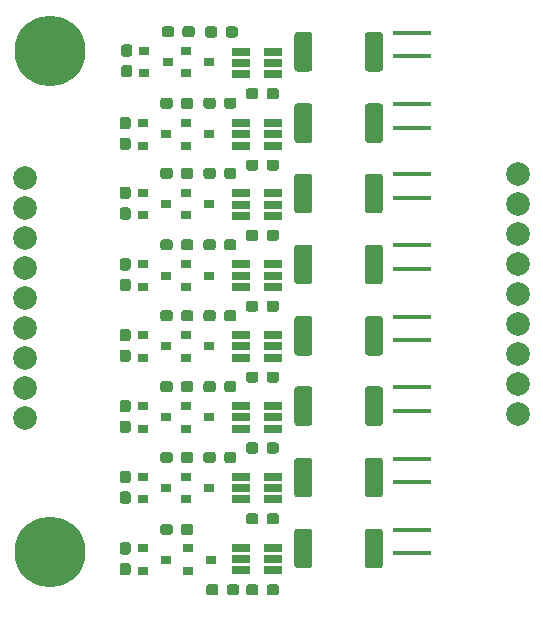
<source format=gts>
%TF.GenerationSoftware,KiCad,Pcbnew,(5.1.8)-1*%
%TF.CreationDate,2021-02-13T13:18:40-08:00*%
%TF.ProjectId,20210213_Projects_PassiveBalanceBoard,32303231-3032-4313-935f-50726f6a6563,A0*%
%TF.SameCoordinates,PX5b5cac0PY99e0170*%
%TF.FileFunction,Soldermask,Top*%
%TF.FilePolarity,Negative*%
%FSLAX46Y46*%
G04 Gerber Fmt 4.6, Leading zero omitted, Abs format (unit mm)*
G04 Created by KiCad (PCBNEW (5.1.8)-1) date 2021-02-13 13:18:40*
%MOMM*%
%LPD*%
G01*
G04 APERTURE LIST*
%ADD10C,6.000000*%
%ADD11C,2.000000*%
%ADD12R,0.900000X0.800000*%
%ADD13R,1.560000X0.650000*%
%ADD14R,3.200400X0.381000*%
G04 APERTURE END LIST*
D10*
X3500000Y6350000D03*
X3500000Y48750000D03*
G36*
G01*
X31725000Y26100001D02*
X31725000Y23249999D01*
G75*
G02*
X31475001Y23000000I-249999J0D01*
G01*
X30449999Y23000000D01*
G75*
G02*
X30200000Y23249999I0J249999D01*
G01*
X30200000Y26100001D01*
G75*
G02*
X30449999Y26350000I249999J0D01*
G01*
X31475001Y26350000D01*
G75*
G02*
X31725000Y26100001I0J-249999D01*
G01*
G37*
G36*
G01*
X25750000Y26100001D02*
X25750000Y23249999D01*
G75*
G02*
X25500001Y23000000I-249999J0D01*
G01*
X24474999Y23000000D01*
G75*
G02*
X24225000Y23249999I0J249999D01*
G01*
X24225000Y26100001D01*
G75*
G02*
X24474999Y26350000I249999J0D01*
G01*
X25500001Y26350000D01*
G75*
G02*
X25750000Y26100001I0J-249999D01*
G01*
G37*
D11*
X43200000Y18040000D03*
X43200000Y20580000D03*
X43200000Y23120000D03*
X43200000Y25660000D03*
X43200000Y28200000D03*
X43200000Y30740000D03*
X43200000Y33280000D03*
X43200000Y35820000D03*
X43200000Y38360000D03*
D12*
X11400000Y24725000D03*
X11400000Y22825000D03*
X13400000Y23775000D03*
X11400000Y18725000D03*
X11400000Y16825000D03*
X13400000Y17775000D03*
X11400000Y12725000D03*
X11400000Y10825000D03*
X13400000Y11775000D03*
X11400000Y6675000D03*
X11400000Y4775000D03*
X13400000Y5725000D03*
X17025000Y23775000D03*
X15025000Y22825000D03*
X15025000Y24725000D03*
X15025000Y18725000D03*
X15025000Y16825000D03*
X17025000Y17775000D03*
X15025000Y12725000D03*
X15025000Y10825000D03*
X17025000Y11775000D03*
X17200000Y5725000D03*
X15200000Y4775000D03*
X15200000Y6675000D03*
D13*
X19700000Y24725000D03*
X19700000Y23775000D03*
X19700000Y22825000D03*
X22400000Y22825000D03*
X22400000Y24725000D03*
X22400000Y23775000D03*
X19700000Y18725000D03*
X19700000Y17775000D03*
X19700000Y16825000D03*
X22400000Y16825000D03*
X22400000Y18725000D03*
X22400000Y17775000D03*
X22400000Y11775000D03*
X22400000Y12725000D03*
X22400000Y10825000D03*
X19700000Y10825000D03*
X19700000Y11775000D03*
X19700000Y12725000D03*
X19700000Y6725000D03*
X19700000Y5775000D03*
X19700000Y4825000D03*
X22400000Y4825000D03*
X22400000Y6725000D03*
X22400000Y5775000D03*
D12*
X13525000Y47875000D03*
X11525000Y46925000D03*
X11525000Y48825000D03*
X13400000Y41725000D03*
X11400000Y40775000D03*
X11400000Y42675000D03*
X13400000Y35825000D03*
X11400000Y34875000D03*
X11400000Y36775000D03*
X13400000Y29775000D03*
X11400000Y28825000D03*
X11400000Y30725000D03*
X15025000Y48825000D03*
X15025000Y46925000D03*
X17025000Y47875000D03*
X17025000Y41725000D03*
X15025000Y40775000D03*
X15025000Y42675000D03*
X17025000Y35825000D03*
X15025000Y34875000D03*
X15025000Y36775000D03*
X15025000Y30725000D03*
X15025000Y28825000D03*
X17025000Y29775000D03*
D13*
X19700000Y48725000D03*
X19700000Y47775000D03*
X19700000Y46825000D03*
X22400000Y46825000D03*
X22400000Y48725000D03*
X22400000Y47775000D03*
X22400000Y41725000D03*
X22400000Y42675000D03*
X22400000Y40775000D03*
X19700000Y40775000D03*
X19700000Y41725000D03*
X19700000Y42675000D03*
X22400000Y35775000D03*
X22400000Y36725000D03*
X22400000Y34825000D03*
X19700000Y34825000D03*
X19700000Y35775000D03*
X19700000Y36725000D03*
X22400000Y29775000D03*
X22400000Y30725000D03*
X22400000Y28825000D03*
X19700000Y28825000D03*
X19700000Y29775000D03*
X19700000Y30725000D03*
G36*
G01*
X9662500Y23500000D02*
X10137500Y23500000D01*
G75*
G02*
X10375000Y23262500I0J-237500D01*
G01*
X10375000Y22687500D01*
G75*
G02*
X10137500Y22450000I-237500J0D01*
G01*
X9662500Y22450000D01*
G75*
G02*
X9425000Y22687500I0J237500D01*
G01*
X9425000Y23262500D01*
G75*
G02*
X9662500Y23500000I237500J0D01*
G01*
G37*
G36*
G01*
X9662500Y25250000D02*
X10137500Y25250000D01*
G75*
G02*
X10375000Y25012500I0J-237500D01*
G01*
X10375000Y24437500D01*
G75*
G02*
X10137500Y24200000I-237500J0D01*
G01*
X9662500Y24200000D01*
G75*
G02*
X9425000Y24437500I0J237500D01*
G01*
X9425000Y25012500D01*
G75*
G02*
X9662500Y25250000I237500J0D01*
G01*
G37*
G36*
G01*
X9662500Y19250000D02*
X10137500Y19250000D01*
G75*
G02*
X10375000Y19012500I0J-237500D01*
G01*
X10375000Y18437500D01*
G75*
G02*
X10137500Y18200000I-237500J0D01*
G01*
X9662500Y18200000D01*
G75*
G02*
X9425000Y18437500I0J237500D01*
G01*
X9425000Y19012500D01*
G75*
G02*
X9662500Y19250000I237500J0D01*
G01*
G37*
G36*
G01*
X9662500Y17500000D02*
X10137500Y17500000D01*
G75*
G02*
X10375000Y17262500I0J-237500D01*
G01*
X10375000Y16687500D01*
G75*
G02*
X10137500Y16450000I-237500J0D01*
G01*
X9662500Y16450000D01*
G75*
G02*
X9425000Y16687500I0J237500D01*
G01*
X9425000Y17262500D01*
G75*
G02*
X9662500Y17500000I237500J0D01*
G01*
G37*
G36*
G01*
X9662500Y11500000D02*
X10137500Y11500000D01*
G75*
G02*
X10375000Y11262500I0J-237500D01*
G01*
X10375000Y10687500D01*
G75*
G02*
X10137500Y10450000I-237500J0D01*
G01*
X9662500Y10450000D01*
G75*
G02*
X9425000Y10687500I0J237500D01*
G01*
X9425000Y11262500D01*
G75*
G02*
X9662500Y11500000I237500J0D01*
G01*
G37*
G36*
G01*
X9662500Y13250000D02*
X10137500Y13250000D01*
G75*
G02*
X10375000Y13012500I0J-237500D01*
G01*
X10375000Y12437500D01*
G75*
G02*
X10137500Y12200000I-237500J0D01*
G01*
X9662500Y12200000D01*
G75*
G02*
X9425000Y12437500I0J237500D01*
G01*
X9425000Y13012500D01*
G75*
G02*
X9662500Y13250000I237500J0D01*
G01*
G37*
G36*
G01*
X9662500Y5450000D02*
X10137500Y5450000D01*
G75*
G02*
X10375000Y5212500I0J-237500D01*
G01*
X10375000Y4637500D01*
G75*
G02*
X10137500Y4400000I-237500J0D01*
G01*
X9662500Y4400000D01*
G75*
G02*
X9425000Y4637500I0J237500D01*
G01*
X9425000Y5212500D01*
G75*
G02*
X9662500Y5450000I237500J0D01*
G01*
G37*
G36*
G01*
X9662500Y7200000D02*
X10137500Y7200000D01*
G75*
G02*
X10375000Y6962500I0J-237500D01*
G01*
X10375000Y6387500D01*
G75*
G02*
X10137500Y6150000I-237500J0D01*
G01*
X9662500Y6150000D01*
G75*
G02*
X9425000Y6387500I0J237500D01*
G01*
X9425000Y6962500D01*
G75*
G02*
X9662500Y7200000I237500J0D01*
G01*
G37*
G36*
G01*
X20125000Y20937500D02*
X20125000Y21412500D01*
G75*
G02*
X20362500Y21650000I237500J0D01*
G01*
X20937500Y21650000D01*
G75*
G02*
X21175000Y21412500I0J-237500D01*
G01*
X21175000Y20937500D01*
G75*
G02*
X20937500Y20700000I-237500J0D01*
G01*
X20362500Y20700000D01*
G75*
G02*
X20125000Y20937500I0J237500D01*
G01*
G37*
G36*
G01*
X21875000Y20937500D02*
X21875000Y21412500D01*
G75*
G02*
X22112500Y21650000I237500J0D01*
G01*
X22687500Y21650000D01*
G75*
G02*
X22925000Y21412500I0J-237500D01*
G01*
X22925000Y20937500D01*
G75*
G02*
X22687500Y20700000I-237500J0D01*
G01*
X22112500Y20700000D01*
G75*
G02*
X21875000Y20937500I0J237500D01*
G01*
G37*
G36*
G01*
X20125000Y14937500D02*
X20125000Y15412500D01*
G75*
G02*
X20362500Y15650000I237500J0D01*
G01*
X20937500Y15650000D01*
G75*
G02*
X21175000Y15412500I0J-237500D01*
G01*
X21175000Y14937500D01*
G75*
G02*
X20937500Y14700000I-237500J0D01*
G01*
X20362500Y14700000D01*
G75*
G02*
X20125000Y14937500I0J237500D01*
G01*
G37*
G36*
G01*
X21875000Y14937500D02*
X21875000Y15412500D01*
G75*
G02*
X22112500Y15650000I237500J0D01*
G01*
X22687500Y15650000D01*
G75*
G02*
X22925000Y15412500I0J-237500D01*
G01*
X22925000Y14937500D01*
G75*
G02*
X22687500Y14700000I-237500J0D01*
G01*
X22112500Y14700000D01*
G75*
G02*
X21875000Y14937500I0J237500D01*
G01*
G37*
G36*
G01*
X21875000Y8937500D02*
X21875000Y9412500D01*
G75*
G02*
X22112500Y9650000I237500J0D01*
G01*
X22687500Y9650000D01*
G75*
G02*
X22925000Y9412500I0J-237500D01*
G01*
X22925000Y8937500D01*
G75*
G02*
X22687500Y8700000I-237500J0D01*
G01*
X22112500Y8700000D01*
G75*
G02*
X21875000Y8937500I0J237500D01*
G01*
G37*
G36*
G01*
X20125000Y8937500D02*
X20125000Y9412500D01*
G75*
G02*
X20362500Y9650000I237500J0D01*
G01*
X20937500Y9650000D01*
G75*
G02*
X21175000Y9412500I0J-237500D01*
G01*
X21175000Y8937500D01*
G75*
G02*
X20937500Y8700000I-237500J0D01*
G01*
X20362500Y8700000D01*
G75*
G02*
X20125000Y8937500I0J237500D01*
G01*
G37*
G36*
G01*
X21875000Y2937500D02*
X21875000Y3412500D01*
G75*
G02*
X22112500Y3650000I237500J0D01*
G01*
X22687500Y3650000D01*
G75*
G02*
X22925000Y3412500I0J-237500D01*
G01*
X22925000Y2937500D01*
G75*
G02*
X22687500Y2700000I-237500J0D01*
G01*
X22112500Y2700000D01*
G75*
G02*
X21875000Y2937500I0J237500D01*
G01*
G37*
G36*
G01*
X20125000Y2937500D02*
X20125000Y3412500D01*
G75*
G02*
X20362500Y3650000I237500J0D01*
G01*
X20937500Y3650000D01*
G75*
G02*
X21175000Y3412500I0J-237500D01*
G01*
X21175000Y2937500D01*
G75*
G02*
X20937500Y2700000I-237500J0D01*
G01*
X20362500Y2700000D01*
G75*
G02*
X20125000Y2937500I0J237500D01*
G01*
G37*
G36*
G01*
X9787500Y49350000D02*
X10262500Y49350000D01*
G75*
G02*
X10500000Y49112500I0J-237500D01*
G01*
X10500000Y48537500D01*
G75*
G02*
X10262500Y48300000I-237500J0D01*
G01*
X9787500Y48300000D01*
G75*
G02*
X9550000Y48537500I0J237500D01*
G01*
X9550000Y49112500D01*
G75*
G02*
X9787500Y49350000I237500J0D01*
G01*
G37*
G36*
G01*
X9787500Y47600000D02*
X10262500Y47600000D01*
G75*
G02*
X10500000Y47362500I0J-237500D01*
G01*
X10500000Y46787500D01*
G75*
G02*
X10262500Y46550000I-237500J0D01*
G01*
X9787500Y46550000D01*
G75*
G02*
X9550000Y46787500I0J237500D01*
G01*
X9550000Y47362500D01*
G75*
G02*
X9787500Y47600000I237500J0D01*
G01*
G37*
G36*
G01*
X9662500Y41450000D02*
X10137500Y41450000D01*
G75*
G02*
X10375000Y41212500I0J-237500D01*
G01*
X10375000Y40637500D01*
G75*
G02*
X10137500Y40400000I-237500J0D01*
G01*
X9662500Y40400000D01*
G75*
G02*
X9425000Y40637500I0J237500D01*
G01*
X9425000Y41212500D01*
G75*
G02*
X9662500Y41450000I237500J0D01*
G01*
G37*
G36*
G01*
X9662500Y43200000D02*
X10137500Y43200000D01*
G75*
G02*
X10375000Y42962500I0J-237500D01*
G01*
X10375000Y42387500D01*
G75*
G02*
X10137500Y42150000I-237500J0D01*
G01*
X9662500Y42150000D01*
G75*
G02*
X9425000Y42387500I0J237500D01*
G01*
X9425000Y42962500D01*
G75*
G02*
X9662500Y43200000I237500J0D01*
G01*
G37*
G36*
G01*
X9662500Y37300000D02*
X10137500Y37300000D01*
G75*
G02*
X10375000Y37062500I0J-237500D01*
G01*
X10375000Y36487500D01*
G75*
G02*
X10137500Y36250000I-237500J0D01*
G01*
X9662500Y36250000D01*
G75*
G02*
X9425000Y36487500I0J237500D01*
G01*
X9425000Y37062500D01*
G75*
G02*
X9662500Y37300000I237500J0D01*
G01*
G37*
G36*
G01*
X9662500Y35550000D02*
X10137500Y35550000D01*
G75*
G02*
X10375000Y35312500I0J-237500D01*
G01*
X10375000Y34737500D01*
G75*
G02*
X10137500Y34500000I-237500J0D01*
G01*
X9662500Y34500000D01*
G75*
G02*
X9425000Y34737500I0J237500D01*
G01*
X9425000Y35312500D01*
G75*
G02*
X9662500Y35550000I237500J0D01*
G01*
G37*
G36*
G01*
X9662500Y29500000D02*
X10137500Y29500000D01*
G75*
G02*
X10375000Y29262500I0J-237500D01*
G01*
X10375000Y28687500D01*
G75*
G02*
X10137500Y28450000I-237500J0D01*
G01*
X9662500Y28450000D01*
G75*
G02*
X9425000Y28687500I0J237500D01*
G01*
X9425000Y29262500D01*
G75*
G02*
X9662500Y29500000I237500J0D01*
G01*
G37*
G36*
G01*
X9662500Y31250000D02*
X10137500Y31250000D01*
G75*
G02*
X10375000Y31012500I0J-237500D01*
G01*
X10375000Y30437500D01*
G75*
G02*
X10137500Y30200000I-237500J0D01*
G01*
X9662500Y30200000D01*
G75*
G02*
X9425000Y30437500I0J237500D01*
G01*
X9425000Y31012500D01*
G75*
G02*
X9662500Y31250000I237500J0D01*
G01*
G37*
G36*
G01*
X15675000Y44587500D02*
X15675000Y44112500D01*
G75*
G02*
X15437500Y43875000I-237500J0D01*
G01*
X14862500Y43875000D01*
G75*
G02*
X14625000Y44112500I0J237500D01*
G01*
X14625000Y44587500D01*
G75*
G02*
X14862500Y44825000I237500J0D01*
G01*
X15437500Y44825000D01*
G75*
G02*
X15675000Y44587500I0J-237500D01*
G01*
G37*
G36*
G01*
X13925000Y44587500D02*
X13925000Y44112500D01*
G75*
G02*
X13687500Y43875000I-237500J0D01*
G01*
X13112500Y43875000D01*
G75*
G02*
X12875000Y44112500I0J237500D01*
G01*
X12875000Y44587500D01*
G75*
G02*
X13112500Y44825000I237500J0D01*
G01*
X13687500Y44825000D01*
G75*
G02*
X13925000Y44587500I0J-237500D01*
G01*
G37*
G36*
G01*
X13925000Y38662500D02*
X13925000Y38187500D01*
G75*
G02*
X13687500Y37950000I-237500J0D01*
G01*
X13112500Y37950000D01*
G75*
G02*
X12875000Y38187500I0J237500D01*
G01*
X12875000Y38662500D01*
G75*
G02*
X13112500Y38900000I237500J0D01*
G01*
X13687500Y38900000D01*
G75*
G02*
X13925000Y38662500I0J-237500D01*
G01*
G37*
G36*
G01*
X15675000Y38662500D02*
X15675000Y38187500D01*
G75*
G02*
X15437500Y37950000I-237500J0D01*
G01*
X14862500Y37950000D01*
G75*
G02*
X14625000Y38187500I0J237500D01*
G01*
X14625000Y38662500D01*
G75*
G02*
X14862500Y38900000I237500J0D01*
G01*
X15437500Y38900000D01*
G75*
G02*
X15675000Y38662500I0J-237500D01*
G01*
G37*
G36*
G01*
X15675000Y32612500D02*
X15675000Y32137500D01*
G75*
G02*
X15437500Y31900000I-237500J0D01*
G01*
X14862500Y31900000D01*
G75*
G02*
X14625000Y32137500I0J237500D01*
G01*
X14625000Y32612500D01*
G75*
G02*
X14862500Y32850000I237500J0D01*
G01*
X15437500Y32850000D01*
G75*
G02*
X15675000Y32612500I0J-237500D01*
G01*
G37*
G36*
G01*
X13925000Y32612500D02*
X13925000Y32137500D01*
G75*
G02*
X13687500Y31900000I-237500J0D01*
G01*
X13112500Y31900000D01*
G75*
G02*
X12875000Y32137500I0J237500D01*
G01*
X12875000Y32612500D01*
G75*
G02*
X13112500Y32850000I237500J0D01*
G01*
X13687500Y32850000D01*
G75*
G02*
X13925000Y32612500I0J-237500D01*
G01*
G37*
G36*
G01*
X20125000Y38887500D02*
X20125000Y39362500D01*
G75*
G02*
X20362500Y39600000I237500J0D01*
G01*
X20937500Y39600000D01*
G75*
G02*
X21175000Y39362500I0J-237500D01*
G01*
X21175000Y38887500D01*
G75*
G02*
X20937500Y38650000I-237500J0D01*
G01*
X20362500Y38650000D01*
G75*
G02*
X20125000Y38887500I0J237500D01*
G01*
G37*
G36*
G01*
X21875000Y38887500D02*
X21875000Y39362500D01*
G75*
G02*
X22112500Y39600000I237500J0D01*
G01*
X22687500Y39600000D01*
G75*
G02*
X22925000Y39362500I0J-237500D01*
G01*
X22925000Y38887500D01*
G75*
G02*
X22687500Y38650000I-237500J0D01*
G01*
X22112500Y38650000D01*
G75*
G02*
X21875000Y38887500I0J237500D01*
G01*
G37*
G36*
G01*
X21875000Y32937500D02*
X21875000Y33412500D01*
G75*
G02*
X22112500Y33650000I237500J0D01*
G01*
X22687500Y33650000D01*
G75*
G02*
X22925000Y33412500I0J-237500D01*
G01*
X22925000Y32937500D01*
G75*
G02*
X22687500Y32700000I-237500J0D01*
G01*
X22112500Y32700000D01*
G75*
G02*
X21875000Y32937500I0J237500D01*
G01*
G37*
G36*
G01*
X20125000Y32937500D02*
X20125000Y33412500D01*
G75*
G02*
X20362500Y33650000I237500J0D01*
G01*
X20937500Y33650000D01*
G75*
G02*
X21175000Y33412500I0J-237500D01*
G01*
X21175000Y32937500D01*
G75*
G02*
X20937500Y32700000I-237500J0D01*
G01*
X20362500Y32700000D01*
G75*
G02*
X20125000Y32937500I0J237500D01*
G01*
G37*
G36*
G01*
X21875000Y26937500D02*
X21875000Y27412500D01*
G75*
G02*
X22112500Y27650000I237500J0D01*
G01*
X22687500Y27650000D01*
G75*
G02*
X22925000Y27412500I0J-237500D01*
G01*
X22925000Y26937500D01*
G75*
G02*
X22687500Y26700000I-237500J0D01*
G01*
X22112500Y26700000D01*
G75*
G02*
X21875000Y26937500I0J237500D01*
G01*
G37*
G36*
G01*
X20125000Y26937500D02*
X20125000Y27412500D01*
G75*
G02*
X20362500Y27650000I237500J0D01*
G01*
X20937500Y27650000D01*
G75*
G02*
X21175000Y27412500I0J-237500D01*
G01*
X21175000Y26937500D01*
G75*
G02*
X20937500Y26700000I-237500J0D01*
G01*
X20362500Y26700000D01*
G75*
G02*
X20125000Y26937500I0J237500D01*
G01*
G37*
G36*
G01*
X25750000Y20150001D02*
X25750000Y17299999D01*
G75*
G02*
X25500001Y17050000I-249999J0D01*
G01*
X24474999Y17050000D01*
G75*
G02*
X24225000Y17299999I0J249999D01*
G01*
X24225000Y20150001D01*
G75*
G02*
X24474999Y20400000I249999J0D01*
G01*
X25500001Y20400000D01*
G75*
G02*
X25750000Y20150001I0J-249999D01*
G01*
G37*
G36*
G01*
X31725000Y20150001D02*
X31725000Y17299999D01*
G75*
G02*
X31475001Y17050000I-249999J0D01*
G01*
X30449999Y17050000D01*
G75*
G02*
X30200000Y17299999I0J249999D01*
G01*
X30200000Y20150001D01*
G75*
G02*
X30449999Y20400000I249999J0D01*
G01*
X31475001Y20400000D01*
G75*
G02*
X31725000Y20150001I0J-249999D01*
G01*
G37*
G36*
G01*
X31725000Y14100001D02*
X31725000Y11249999D01*
G75*
G02*
X31475001Y11000000I-249999J0D01*
G01*
X30449999Y11000000D01*
G75*
G02*
X30200000Y11249999I0J249999D01*
G01*
X30200000Y14100001D01*
G75*
G02*
X30449999Y14350000I249999J0D01*
G01*
X31475001Y14350000D01*
G75*
G02*
X31725000Y14100001I0J-249999D01*
G01*
G37*
G36*
G01*
X25750000Y14100001D02*
X25750000Y11249999D01*
G75*
G02*
X25500001Y11000000I-249999J0D01*
G01*
X24474999Y11000000D01*
G75*
G02*
X24225000Y11249999I0J249999D01*
G01*
X24225000Y14100001D01*
G75*
G02*
X24474999Y14350000I249999J0D01*
G01*
X25500001Y14350000D01*
G75*
G02*
X25750000Y14100001I0J-249999D01*
G01*
G37*
G36*
G01*
X25750000Y8100001D02*
X25750000Y5249999D01*
G75*
G02*
X25500001Y5000000I-249999J0D01*
G01*
X24474999Y5000000D01*
G75*
G02*
X24225000Y5249999I0J249999D01*
G01*
X24225000Y8100001D01*
G75*
G02*
X24474999Y8350000I249999J0D01*
G01*
X25500001Y8350000D01*
G75*
G02*
X25750000Y8100001I0J-249999D01*
G01*
G37*
G36*
G01*
X31725000Y8100001D02*
X31725000Y5249999D01*
G75*
G02*
X31475001Y5000000I-249999J0D01*
G01*
X30449999Y5000000D01*
G75*
G02*
X30200000Y5249999I0J249999D01*
G01*
X30200000Y8100001D01*
G75*
G02*
X30449999Y8350000I249999J0D01*
G01*
X31475001Y8350000D01*
G75*
G02*
X31725000Y8100001I0J-249999D01*
G01*
G37*
G36*
G01*
X25750000Y50150001D02*
X25750000Y47299999D01*
G75*
G02*
X25500001Y47050000I-249999J0D01*
G01*
X24474999Y47050000D01*
G75*
G02*
X24225000Y47299999I0J249999D01*
G01*
X24225000Y50150001D01*
G75*
G02*
X24474999Y50400000I249999J0D01*
G01*
X25500001Y50400000D01*
G75*
G02*
X25750000Y50150001I0J-249999D01*
G01*
G37*
G36*
G01*
X31725000Y50150001D02*
X31725000Y47299999D01*
G75*
G02*
X31475001Y47050000I-249999J0D01*
G01*
X30449999Y47050000D01*
G75*
G02*
X30200000Y47299999I0J249999D01*
G01*
X30200000Y50150001D01*
G75*
G02*
X30449999Y50400000I249999J0D01*
G01*
X31475001Y50400000D01*
G75*
G02*
X31725000Y50150001I0J-249999D01*
G01*
G37*
G36*
G01*
X31725000Y44100001D02*
X31725000Y41249999D01*
G75*
G02*
X31475001Y41000000I-249999J0D01*
G01*
X30449999Y41000000D01*
G75*
G02*
X30200000Y41249999I0J249999D01*
G01*
X30200000Y44100001D01*
G75*
G02*
X30449999Y44350000I249999J0D01*
G01*
X31475001Y44350000D01*
G75*
G02*
X31725000Y44100001I0J-249999D01*
G01*
G37*
G36*
G01*
X25750000Y44100001D02*
X25750000Y41249999D01*
G75*
G02*
X25500001Y41000000I-249999J0D01*
G01*
X24474999Y41000000D01*
G75*
G02*
X24225000Y41249999I0J249999D01*
G01*
X24225000Y44100001D01*
G75*
G02*
X24474999Y44350000I249999J0D01*
G01*
X25500001Y44350000D01*
G75*
G02*
X25750000Y44100001I0J-249999D01*
G01*
G37*
G36*
G01*
X31725000Y38150001D02*
X31725000Y35299999D01*
G75*
G02*
X31475001Y35050000I-249999J0D01*
G01*
X30449999Y35050000D01*
G75*
G02*
X30200000Y35299999I0J249999D01*
G01*
X30200000Y38150001D01*
G75*
G02*
X30449999Y38400000I249999J0D01*
G01*
X31475001Y38400000D01*
G75*
G02*
X31725000Y38150001I0J-249999D01*
G01*
G37*
G36*
G01*
X25750000Y38150001D02*
X25750000Y35299999D01*
G75*
G02*
X25500001Y35050000I-249999J0D01*
G01*
X24474999Y35050000D01*
G75*
G02*
X24225000Y35299999I0J249999D01*
G01*
X24225000Y38150001D01*
G75*
G02*
X24474999Y38400000I249999J0D01*
G01*
X25500001Y38400000D01*
G75*
G02*
X25750000Y38150001I0J-249999D01*
G01*
G37*
G36*
G01*
X25750000Y32150001D02*
X25750000Y29299999D01*
G75*
G02*
X25500001Y29050000I-249999J0D01*
G01*
X24474999Y29050000D01*
G75*
G02*
X24225000Y29299999I0J249999D01*
G01*
X24225000Y32150001D01*
G75*
G02*
X24474999Y32400000I249999J0D01*
G01*
X25500001Y32400000D01*
G75*
G02*
X25750000Y32150001I0J-249999D01*
G01*
G37*
G36*
G01*
X31725000Y32150001D02*
X31725000Y29299999D01*
G75*
G02*
X31475001Y29050000I-249999J0D01*
G01*
X30449999Y29050000D01*
G75*
G02*
X30200000Y29299999I0J249999D01*
G01*
X30200000Y32150001D01*
G75*
G02*
X30449999Y32400000I249999J0D01*
G01*
X31475001Y32400000D01*
G75*
G02*
X31725000Y32150001I0J-249999D01*
G01*
G37*
G36*
G01*
X16650000Y50162500D02*
X16650000Y50637500D01*
G75*
G02*
X16887500Y50875000I237500J0D01*
G01*
X17462500Y50875000D01*
G75*
G02*
X17700000Y50637500I0J-237500D01*
G01*
X17700000Y50162500D01*
G75*
G02*
X17462500Y49925000I-237500J0D01*
G01*
X16887500Y49925000D01*
G75*
G02*
X16650000Y50162500I0J237500D01*
G01*
G37*
G36*
G01*
X18400000Y50162500D02*
X18400000Y50637500D01*
G75*
G02*
X18637500Y50875000I237500J0D01*
G01*
X19212500Y50875000D01*
G75*
G02*
X19450000Y50637500I0J-237500D01*
G01*
X19450000Y50162500D01*
G75*
G02*
X19212500Y49925000I-237500J0D01*
G01*
X18637500Y49925000D01*
G75*
G02*
X18400000Y50162500I0J237500D01*
G01*
G37*
G36*
G01*
X18275000Y44137500D02*
X18275000Y44612500D01*
G75*
G02*
X18512500Y44850000I237500J0D01*
G01*
X19087500Y44850000D01*
G75*
G02*
X19325000Y44612500I0J-237500D01*
G01*
X19325000Y44137500D01*
G75*
G02*
X19087500Y43900000I-237500J0D01*
G01*
X18512500Y43900000D01*
G75*
G02*
X18275000Y44137500I0J237500D01*
G01*
G37*
G36*
G01*
X16525000Y44137500D02*
X16525000Y44612500D01*
G75*
G02*
X16762500Y44850000I237500J0D01*
G01*
X17337500Y44850000D01*
G75*
G02*
X17575000Y44612500I0J-237500D01*
G01*
X17575000Y44137500D01*
G75*
G02*
X17337500Y43900000I-237500J0D01*
G01*
X16762500Y43900000D01*
G75*
G02*
X16525000Y44137500I0J237500D01*
G01*
G37*
G36*
G01*
X16525000Y38187500D02*
X16525000Y38662500D01*
G75*
G02*
X16762500Y38900000I237500J0D01*
G01*
X17337500Y38900000D01*
G75*
G02*
X17575000Y38662500I0J-237500D01*
G01*
X17575000Y38187500D01*
G75*
G02*
X17337500Y37950000I-237500J0D01*
G01*
X16762500Y37950000D01*
G75*
G02*
X16525000Y38187500I0J237500D01*
G01*
G37*
G36*
G01*
X18275000Y38187500D02*
X18275000Y38662500D01*
G75*
G02*
X18512500Y38900000I237500J0D01*
G01*
X19087500Y38900000D01*
G75*
G02*
X19325000Y38662500I0J-237500D01*
G01*
X19325000Y38187500D01*
G75*
G02*
X19087500Y37950000I-237500J0D01*
G01*
X18512500Y37950000D01*
G75*
G02*
X18275000Y38187500I0J237500D01*
G01*
G37*
G36*
G01*
X18275000Y32137500D02*
X18275000Y32612500D01*
G75*
G02*
X18512500Y32850000I237500J0D01*
G01*
X19087500Y32850000D01*
G75*
G02*
X19325000Y32612500I0J-237500D01*
G01*
X19325000Y32137500D01*
G75*
G02*
X19087500Y31900000I-237500J0D01*
G01*
X18512500Y31900000D01*
G75*
G02*
X18275000Y32137500I0J237500D01*
G01*
G37*
G36*
G01*
X16525000Y32137500D02*
X16525000Y32612500D01*
G75*
G02*
X16762500Y32850000I237500J0D01*
G01*
X17337500Y32850000D01*
G75*
G02*
X17575000Y32612500I0J-237500D01*
G01*
X17575000Y32137500D01*
G75*
G02*
X17337500Y31900000I-237500J0D01*
G01*
X16762500Y31900000D01*
G75*
G02*
X16525000Y32137500I0J237500D01*
G01*
G37*
G36*
G01*
X15675000Y26612500D02*
X15675000Y26137500D01*
G75*
G02*
X15437500Y25900000I-237500J0D01*
G01*
X14862500Y25900000D01*
G75*
G02*
X14625000Y26137500I0J237500D01*
G01*
X14625000Y26612500D01*
G75*
G02*
X14862500Y26850000I237500J0D01*
G01*
X15437500Y26850000D01*
G75*
G02*
X15675000Y26612500I0J-237500D01*
G01*
G37*
G36*
G01*
X13925000Y26612500D02*
X13925000Y26137500D01*
G75*
G02*
X13687500Y25900000I-237500J0D01*
G01*
X13112500Y25900000D01*
G75*
G02*
X12875000Y26137500I0J237500D01*
G01*
X12875000Y26612500D01*
G75*
G02*
X13112500Y26850000I237500J0D01*
G01*
X13687500Y26850000D01*
G75*
G02*
X13925000Y26612500I0J-237500D01*
G01*
G37*
G36*
G01*
X15675000Y20612500D02*
X15675000Y20137500D01*
G75*
G02*
X15437500Y19900000I-237500J0D01*
G01*
X14862500Y19900000D01*
G75*
G02*
X14625000Y20137500I0J237500D01*
G01*
X14625000Y20612500D01*
G75*
G02*
X14862500Y20850000I237500J0D01*
G01*
X15437500Y20850000D01*
G75*
G02*
X15675000Y20612500I0J-237500D01*
G01*
G37*
G36*
G01*
X13925000Y20612500D02*
X13925000Y20137500D01*
G75*
G02*
X13687500Y19900000I-237500J0D01*
G01*
X13112500Y19900000D01*
G75*
G02*
X12875000Y20137500I0J237500D01*
G01*
X12875000Y20612500D01*
G75*
G02*
X13112500Y20850000I237500J0D01*
G01*
X13687500Y20850000D01*
G75*
G02*
X13925000Y20612500I0J-237500D01*
G01*
G37*
G36*
G01*
X15675000Y14612500D02*
X15675000Y14137500D01*
G75*
G02*
X15437500Y13900000I-237500J0D01*
G01*
X14862500Y13900000D01*
G75*
G02*
X14625000Y14137500I0J237500D01*
G01*
X14625000Y14612500D01*
G75*
G02*
X14862500Y14850000I237500J0D01*
G01*
X15437500Y14850000D01*
G75*
G02*
X15675000Y14612500I0J-237500D01*
G01*
G37*
G36*
G01*
X13925000Y14612500D02*
X13925000Y14137500D01*
G75*
G02*
X13687500Y13900000I-237500J0D01*
G01*
X13112500Y13900000D01*
G75*
G02*
X12875000Y14137500I0J237500D01*
G01*
X12875000Y14612500D01*
G75*
G02*
X13112500Y14850000I237500J0D01*
G01*
X13687500Y14850000D01*
G75*
G02*
X13925000Y14612500I0J-237500D01*
G01*
G37*
G36*
G01*
X18275000Y26137500D02*
X18275000Y26612500D01*
G75*
G02*
X18512500Y26850000I237500J0D01*
G01*
X19087500Y26850000D01*
G75*
G02*
X19325000Y26612500I0J-237500D01*
G01*
X19325000Y26137500D01*
G75*
G02*
X19087500Y25900000I-237500J0D01*
G01*
X18512500Y25900000D01*
G75*
G02*
X18275000Y26137500I0J237500D01*
G01*
G37*
G36*
G01*
X16525000Y26137500D02*
X16525000Y26612500D01*
G75*
G02*
X16762500Y26850000I237500J0D01*
G01*
X17337500Y26850000D01*
G75*
G02*
X17575000Y26612500I0J-237500D01*
G01*
X17575000Y26137500D01*
G75*
G02*
X17337500Y25900000I-237500J0D01*
G01*
X16762500Y25900000D01*
G75*
G02*
X16525000Y26137500I0J237500D01*
G01*
G37*
G36*
G01*
X18275000Y20137500D02*
X18275000Y20612500D01*
G75*
G02*
X18512500Y20850000I237500J0D01*
G01*
X19087500Y20850000D01*
G75*
G02*
X19325000Y20612500I0J-237500D01*
G01*
X19325000Y20137500D01*
G75*
G02*
X19087500Y19900000I-237500J0D01*
G01*
X18512500Y19900000D01*
G75*
G02*
X18275000Y20137500I0J237500D01*
G01*
G37*
G36*
G01*
X16525000Y20137500D02*
X16525000Y20612500D01*
G75*
G02*
X16762500Y20850000I237500J0D01*
G01*
X17337500Y20850000D01*
G75*
G02*
X17575000Y20612500I0J-237500D01*
G01*
X17575000Y20137500D01*
G75*
G02*
X17337500Y19900000I-237500J0D01*
G01*
X16762500Y19900000D01*
G75*
G02*
X16525000Y20137500I0J237500D01*
G01*
G37*
G36*
G01*
X18275000Y14137500D02*
X18275000Y14612500D01*
G75*
G02*
X18512500Y14850000I237500J0D01*
G01*
X19087500Y14850000D01*
G75*
G02*
X19325000Y14612500I0J-237500D01*
G01*
X19325000Y14137500D01*
G75*
G02*
X19087500Y13900000I-237500J0D01*
G01*
X18512500Y13900000D01*
G75*
G02*
X18275000Y14137500I0J237500D01*
G01*
G37*
G36*
G01*
X16525000Y14137500D02*
X16525000Y14612500D01*
G75*
G02*
X16762500Y14850000I237500J0D01*
G01*
X17337500Y14850000D01*
G75*
G02*
X17575000Y14612500I0J-237500D01*
G01*
X17575000Y14137500D01*
G75*
G02*
X17337500Y13900000I-237500J0D01*
G01*
X16762500Y13900000D01*
G75*
G02*
X16525000Y14137500I0J237500D01*
G01*
G37*
D11*
X1400000Y38010000D03*
X1400000Y35470000D03*
X1400000Y32930000D03*
X1400000Y30390000D03*
X1400000Y27850000D03*
X1400000Y25310000D03*
X1400000Y22770000D03*
X1400000Y20230000D03*
X1400000Y17690000D03*
G36*
G01*
X13925000Y8512500D02*
X13925000Y8037500D01*
G75*
G02*
X13687500Y7800000I-237500J0D01*
G01*
X13112500Y7800000D01*
G75*
G02*
X12875000Y8037500I0J237500D01*
G01*
X12875000Y8512500D01*
G75*
G02*
X13112500Y8750000I237500J0D01*
G01*
X13687500Y8750000D01*
G75*
G02*
X13925000Y8512500I0J-237500D01*
G01*
G37*
G36*
G01*
X15675000Y8512500D02*
X15675000Y8037500D01*
G75*
G02*
X15437500Y7800000I-237500J0D01*
G01*
X14862500Y7800000D01*
G75*
G02*
X14625000Y8037500I0J237500D01*
G01*
X14625000Y8512500D01*
G75*
G02*
X14862500Y8750000I237500J0D01*
G01*
X15437500Y8750000D01*
G75*
G02*
X15675000Y8512500I0J-237500D01*
G01*
G37*
G36*
G01*
X14050000Y50662500D02*
X14050000Y50187500D01*
G75*
G02*
X13812500Y49950000I-237500J0D01*
G01*
X13237500Y49950000D01*
G75*
G02*
X13000000Y50187500I0J237500D01*
G01*
X13000000Y50662500D01*
G75*
G02*
X13237500Y50900000I237500J0D01*
G01*
X13812500Y50900000D01*
G75*
G02*
X14050000Y50662500I0J-237500D01*
G01*
G37*
G36*
G01*
X15800000Y50662500D02*
X15800000Y50187500D01*
G75*
G02*
X15562500Y49950000I-237500J0D01*
G01*
X14987500Y49950000D01*
G75*
G02*
X14750000Y50187500I0J237500D01*
G01*
X14750000Y50662500D01*
G75*
G02*
X14987500Y50900000I237500J0D01*
G01*
X15562500Y50900000D01*
G75*
G02*
X15800000Y50662500I0J-237500D01*
G01*
G37*
G36*
G01*
X20125000Y44937500D02*
X20125000Y45412500D01*
G75*
G02*
X20362500Y45650000I237500J0D01*
G01*
X20937500Y45650000D01*
G75*
G02*
X21175000Y45412500I0J-237500D01*
G01*
X21175000Y44937500D01*
G75*
G02*
X20937500Y44700000I-237500J0D01*
G01*
X20362500Y44700000D01*
G75*
G02*
X20125000Y44937500I0J237500D01*
G01*
G37*
G36*
G01*
X21875000Y44937500D02*
X21875000Y45412500D01*
G75*
G02*
X22112500Y45650000I237500J0D01*
G01*
X22687500Y45650000D01*
G75*
G02*
X22925000Y45412500I0J-237500D01*
G01*
X22925000Y44937500D01*
G75*
G02*
X22687500Y44700000I-237500J0D01*
G01*
X22112500Y44700000D01*
G75*
G02*
X21875000Y44937500I0J237500D01*
G01*
G37*
G36*
G01*
X16750000Y2937500D02*
X16750000Y3412500D01*
G75*
G02*
X16987500Y3650000I237500J0D01*
G01*
X17562500Y3650000D01*
G75*
G02*
X17800000Y3412500I0J-237500D01*
G01*
X17800000Y2937500D01*
G75*
G02*
X17562500Y2700000I-237500J0D01*
G01*
X16987500Y2700000D01*
G75*
G02*
X16750000Y2937500I0J237500D01*
G01*
G37*
G36*
G01*
X18500000Y2937500D02*
X18500000Y3412500D01*
G75*
G02*
X18737500Y3650000I237500J0D01*
G01*
X19312500Y3650000D01*
G75*
G02*
X19550000Y3412500I0J-237500D01*
G01*
X19550000Y2937500D01*
G75*
G02*
X19312500Y2700000I-237500J0D01*
G01*
X18737500Y2700000D01*
G75*
G02*
X18500000Y2937500I0J237500D01*
G01*
G37*
D14*
X34200000Y20315600D03*
X34200000Y18334400D03*
X34200000Y12284400D03*
X34200000Y14265600D03*
X34200000Y8265600D03*
X34200000Y6284400D03*
X34200000Y48334400D03*
X34200000Y50315600D03*
X34200000Y44290600D03*
X34200000Y42309400D03*
X34200000Y36359400D03*
X34200000Y38340600D03*
X34200000Y32340600D03*
X34200000Y30359400D03*
X34200000Y24309400D03*
X34200000Y26290600D03*
M02*

</source>
